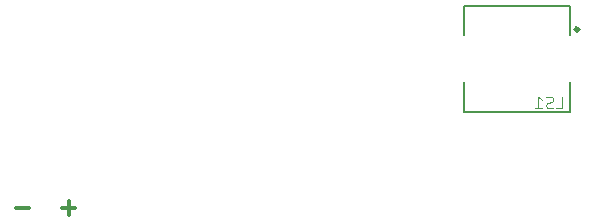
<source format=gbr>
G04 #@! TF.GenerationSoftware,KiCad,Pcbnew,5.0.1*
G04 #@! TF.CreationDate,2019-02-20T00:15:29-06:00*
G04 #@! TF.ProjectId,badge,62616467652E6B696361645F70636200,rev?*
G04 #@! TF.SameCoordinates,Original*
G04 #@! TF.FileFunction,Legend,Bot*
G04 #@! TF.FilePolarity,Positive*
%FSLAX46Y46*%
G04 Gerber Fmt 4.6, Leading zero omitted, Abs format (unit mm)*
G04 Created by KiCad (PCBNEW 5.0.1) date Wed 20 Feb 2019 12:15:29 AM CST*
%MOMM*%
%LPD*%
G01*
G04 APERTURE LIST*
%ADD10C,0.300000*%
%ADD11C,0.127000*%
%ADD12C,0.050000*%
G04 APERTURE END LIST*
D10*
X89191428Y-126954142D02*
X88048571Y-126954142D01*
X88620000Y-127525571D02*
X88620000Y-126382714D01*
X85291428Y-126954142D02*
X84148571Y-126954142D01*
D11*
G04 #@! TO.C,LS1*
X131045000Y-112305000D02*
X131045000Y-109805000D01*
X131045000Y-109805000D02*
X122045000Y-109805000D01*
X122045000Y-109805000D02*
X122045000Y-112305000D01*
X122045000Y-116305000D02*
X122045000Y-118805000D01*
X122045000Y-118805000D02*
X131045000Y-118805000D01*
X131045000Y-118805000D02*
X131045000Y-116305000D01*
D10*
X131795000Y-111805000D02*
G75*
G03X131795000Y-111805000I-150000J0D01*
G01*
D12*
X129914072Y-118508235D02*
X130391162Y-118508235D01*
X130391162Y-117506345D01*
X129627817Y-118460526D02*
X129484690Y-118508235D01*
X129246145Y-118508235D01*
X129150727Y-118460526D01*
X129103018Y-118412817D01*
X129055309Y-118317399D01*
X129055309Y-118221981D01*
X129103018Y-118126563D01*
X129150727Y-118078854D01*
X129246145Y-118031145D01*
X129436981Y-117983436D01*
X129532399Y-117935727D01*
X129580108Y-117888018D01*
X129627817Y-117792600D01*
X129627817Y-117697182D01*
X129580108Y-117601764D01*
X129532399Y-117554055D01*
X129436981Y-117506345D01*
X129198436Y-117506345D01*
X129055309Y-117554055D01*
X128101128Y-118508235D02*
X128673636Y-118508235D01*
X128387382Y-118508235D02*
X128387382Y-117506345D01*
X128482800Y-117649473D01*
X128578218Y-117744891D01*
X128673636Y-117792600D01*
G04 #@! TD*
M02*

</source>
